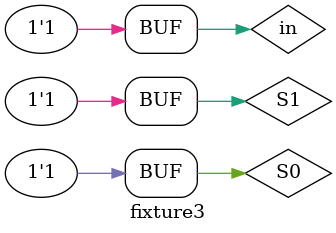
<source format=v>
`timescale 1ns / 1ps


module fixture3;

	// Inputs
	reg in;
	reg S1;
	reg S0;

	// Outputs
	wire a;
	wire b;
	wire c;
	wire d;

	// Instantiate the Unit Under Test (UUT)
	demuxstruct uut (
		.a(a), 
		.b(b), 
		.c(c), 
		.d(d), 
		.in(in), 
		.S1(S1), 
		.S0(S0)
	);

	initial begin
		// Initialize Inputs
		in = 1;
		S1 = 0;
		S0 = 0;

		// Wait 100 ns for global reset to finish
		#100;
		
		in = 1;
		S1 = 0;
		S0 = 1;

      #100
		
		in = 1;
		S1 = 0;
		S0 = 1;
		
		#100
		
		in = 1;
		S1 = 1;
		S0 = 1;


		// Add stimulus here

	end
      
endmodule


</source>
